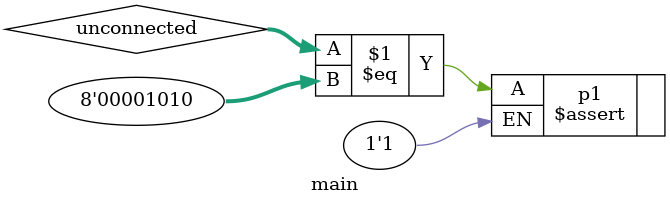
<source format=sv>
module main;

  wire [7:0] unconnected;

  p1: assert property (unconnected == 10);

endmodule

</source>
